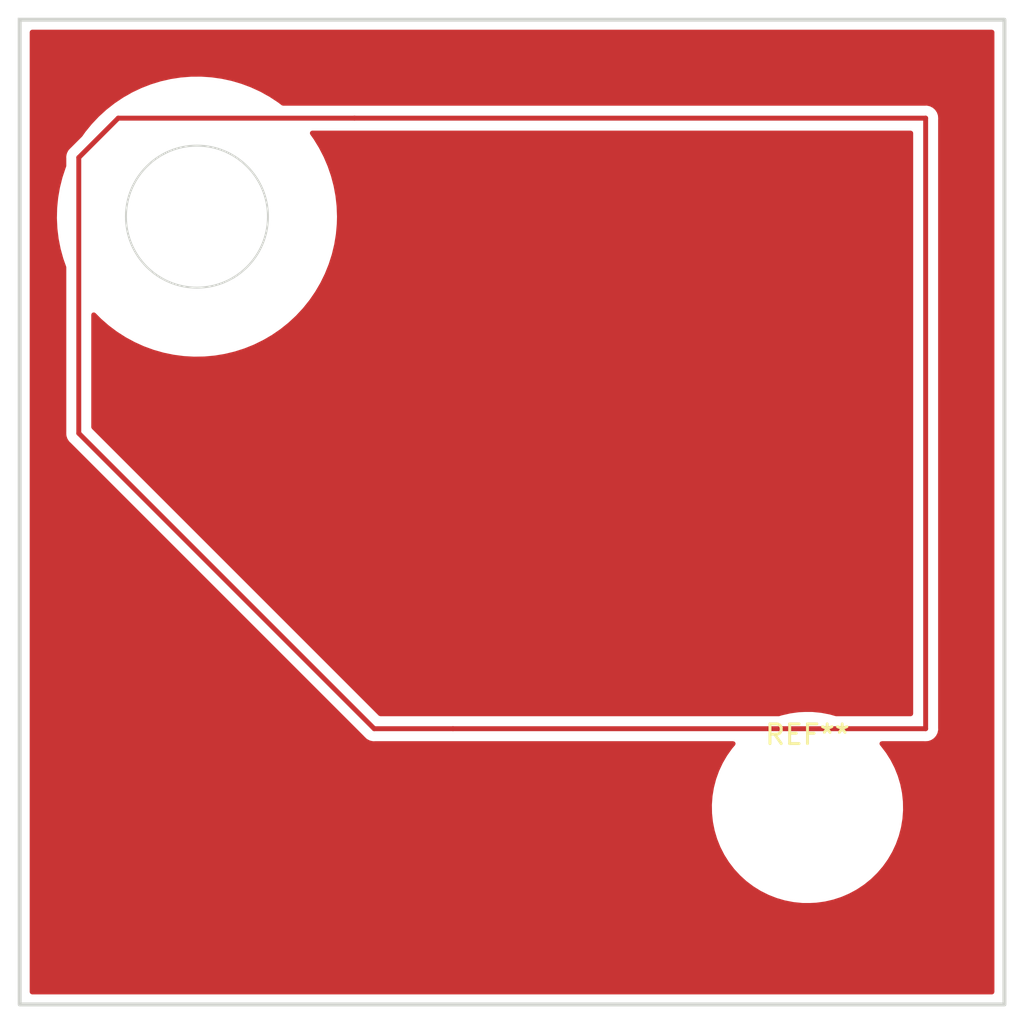
<source format=kicad_pcb>
(kicad_pcb (version 20211014) (generator pcbnew)
  (layers (0 "F.Cu" signal) (31 "B.Cu" signal) (34 "B.Paste" user) (35 "F.Paste" user) (36 "B.SilkS" user "B.Silkscreen") (37 "F.SilkS" user "F.Silkscreen") (38 "B.Mask" user) (39 "F.Mask" user) (44 "Edge.Cuts" user))
  (net 0 "")
  (footprint "MountingHole:MountingHole_2.7mm_M2.5" (layer "F.Cu") (at 140 90)
    (fp_text reference "REF**" (at 0 -3.7) (layer "F.SilkS"))
    (fp_text value "MountingHole_2.7mm_M2.5")
    (pad "" np_thru_hole circle (at 0 0) (size 2.7 2.7) (drill 2.7) (layers *.Cu *.Mask))
  )
  (gr_rect (start 100 50) (end 150 100) (layer "Edge.Cuts") (width 0.2) (fill none))
  (gr_circle (center 109 60) (end 112 62) (layer "Edge.Cuts") (width 0.1) (fill none))
  (segment (start 118 86) (end 122 86) (width 0.25) (layer "F.Cu") (net 0))
  (segment (start 146 55) (end 117 55) (width 0.25) (layer "F.Cu") (net 0))
  (segment (start 117 55) (end 105 55) (width 0.25) (layer "F.Cu") (net 0))
  (segment (start 103 71) (end 118 86) (width 0.25) (layer "F.Cu") (net 0))
  (segment (start 122 86) (end 146 86) (width 0.25) (layer "F.Cu") (net 0))
  (segment (start 146 86) (end 146 55) (width 0.25) (layer "F.Cu") (net 0))
  (segment (start 103 57) (end 105 55) (width 0.25) (layer "F.Cu") (net 0))
  (segment (start 103 57) (end 103 71) (width 0.25) (layer "F.Cu") (net 0))
  (zone (net 0) (net_name "") (layer "F.Cu") (connect_pads (clearance 0.508)) (min_thickness 0.254) (fill yes (thermal_gap 0.508) (thermal_bridge_width 0.508))
    (polygon (pts (xy 151 101) (xy 99 101) (xy 99 49) (xy 151 49)))
  )
)
</source>
